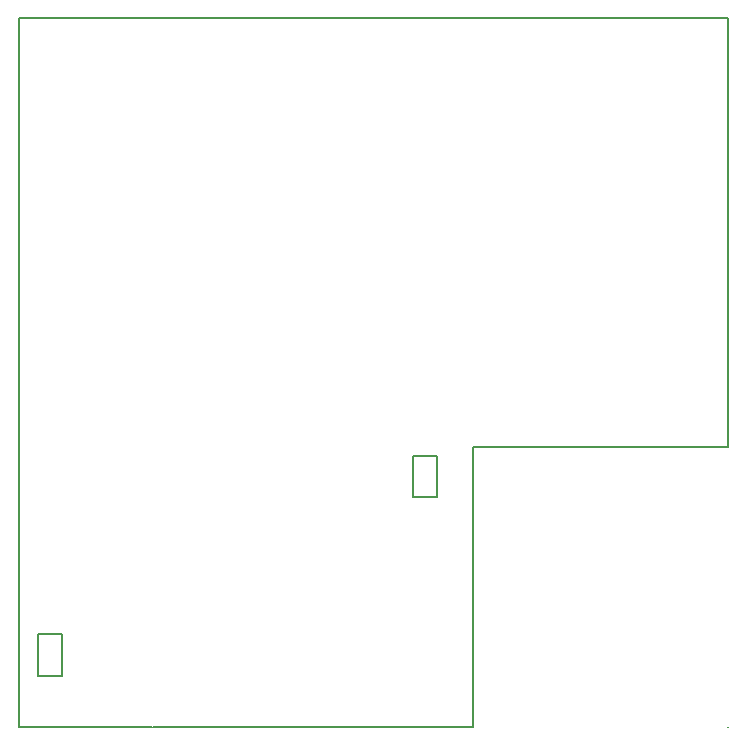
<source format=gm1>
G04*
G04 #@! TF.GenerationSoftware,Altium Limited,Altium Designer,21.2.2 (38)*
G04*
G04 Layer_Color=16711935*
%FSLAX25Y25*%
%MOIN*%
G70*
G04*
G04 #@! TF.SameCoordinates,6CE54949-C0DA-46BE-907D-7ABA0CCCE0FB*
G04*
G04*
G04 #@! TF.FilePolarity,Positive*
G04*
G01*
G75*
%ADD15C,0.00787*%
D15*
X131436Y76595D02*
X139310D01*
X131436D02*
Y90374D01*
X139310D01*
Y76595D02*
Y90374D01*
X6359Y17165D02*
Y30944D01*
Y17165D02*
X14233D01*
Y30944D01*
X6359D02*
X14233D01*
X236221Y190925D02*
Y236221D01*
X0D02*
X236221D01*
Y158150D02*
Y190925D01*
X151358Y20D02*
Y93189D01*
X44587Y20D02*
X151358D01*
Y93189D02*
X236221D01*
X0Y0D02*
X44488D01*
X0Y181791D02*
X0Y0D01*
X236221Y93189D02*
Y158150D01*
X0Y181791D02*
Y236221D01*
X236201Y20D02*
X236201Y20D01*
M02*

</source>
